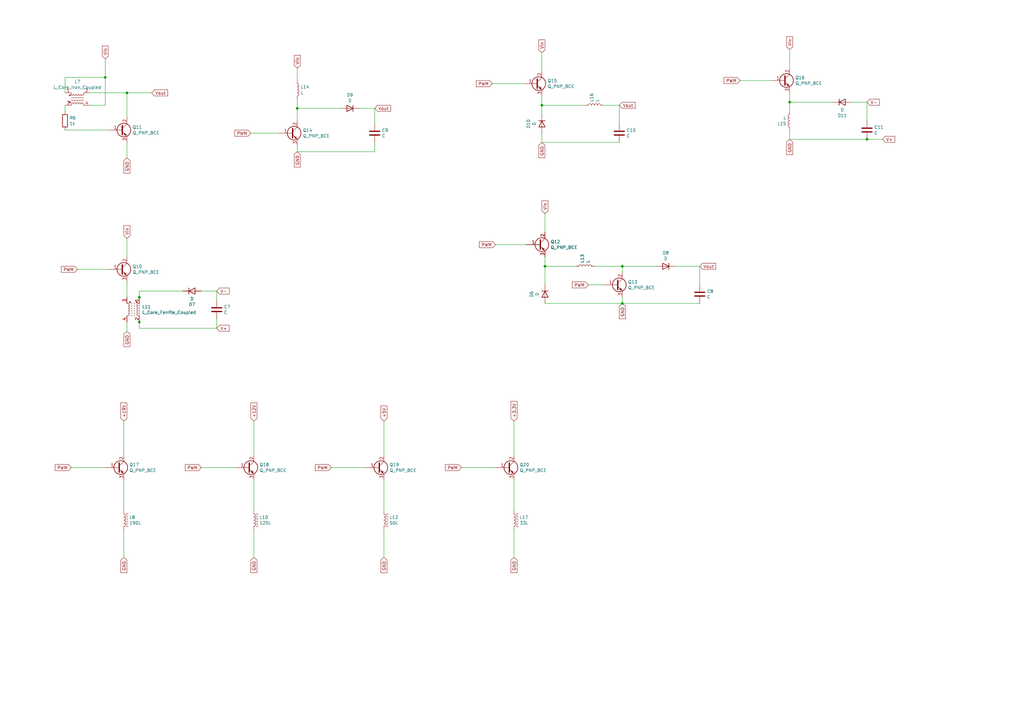
<source format=kicad_sch>
(kicad_sch (version 20211123) (generator eeschema)
  (paper "A3")
  (title_block (date "2022-03-09"))
  (lib_symbols
    (symbol "Device:C" (pin_numbers hide) (pin_names (offset 0.254))
      (property "Reference" "C" (at 0.635 2.54 0))
      (property "Value" "C" (at 0.635 -2.54 0))
      (symbol "C_0_1"
        (polyline (pts (xy -2.032 -0.762) (xy 2.032 -0.762)) (stroke (width 0.508)))
        (polyline (pts (xy -2.032 0.762) (xy 2.032 0.762)) (stroke (width 0.508)))
      )
      (symbol "C_1_1"
        (pin passive line (at 0 3.81 270) (length 2.794) (name "~") (number "1"))
        (pin passive line (at 0 -3.81 90) (length 2.794) (name "~") (number "2"))
      )
    )
    (symbol "Device:D" (pin_numbers hide) (pin_names (offset 1.016) hide)
      (property "Reference" "D" (at 0 2.54 0))
      (property "Value" "D" (at 0 -2.54 0))
      (symbol "D_0_1"
        (polyline (pts (xy -1.27 1.27) (xy -1.27 -1.27)) (stroke (width 0.254)))
        (polyline (pts (xy 1.27 0) (xy -1.27 0)))
        (polyline (pts (xy 1.27 1.27) (xy 1.27 -1.27) (xy -1.27 0) (xy 1.27 1.27)) (stroke (width 0.254)))
      )
      (symbol "D_1_1"
        (pin passive line (at -3.81 0 0) (length 2.54) (name "K") (number "1"))
        (pin passive line (at 3.81 0 180) (length 2.54) (name "A") (number "2"))
      )
    )
    (symbol "Device:L" (pin_numbers hide) (pin_names (offset 1.016) hide)
      (property "Reference" "L" (at -1.27 0 90))
      (property "Value" "L" (at 1.905 0 90))
      (symbol "L_0_1"
        (arc (start 0 -2.54) (mid 0.635 -1.905) (end 0 -1.27))
        (arc (start 0 -1.27) (mid 0.635 -0.635) (end 0 0))
        (arc (start 0 0) (mid 0.635 0.635) (end 0 1.27))
        (arc (start 0 1.27) (mid 0.635 1.905) (end 0 2.54))
      )
      (symbol "L_1_1"
        (pin passive line (at 0 3.81 270) (length 1.27) (name "1") (number "1"))
        (pin passive line (at 0 -3.81 90) (length 1.27) (name "2") (number "2"))
      )
    )
    (symbol "Device:L_Core_Ferrite" (pin_numbers hide) (pin_names (offset 1.016) hide)
      (property "Reference" "L" (at -1.27 0 90))
      (property "Value" "Device_L_Core_Ferrite" (at 2.794 0 90))
      (symbol "L_Core_Ferrite_0_1"
        (arc (start 0 -2.54) (mid 0.635 -1.905) (end 0 -1.27))
        (arc (start 0 -1.27) (mid 0.635 -0.635) (end 0 0))
        (polyline (pts (xy 1.016 -2.794) (xy 1.016 -2.286)))
        (polyline (pts (xy 1.016 -1.778) (xy 1.016 -1.27)))
        (polyline (pts (xy 1.016 -0.762) (xy 1.016 -0.254)))
        (polyline (pts (xy 1.016 0.254) (xy 1.016 0.762)))
        (polyline (pts (xy 1.016 1.27) (xy 1.016 1.778)))
        (polyline (pts (xy 1.016 2.286) (xy 1.016 2.794)))
        (polyline (pts (xy 1.524 -2.286) (xy 1.524 -2.794)))
        (polyline (pts (xy 1.524 -1.27) (xy 1.524 -1.778)))
        (polyline (pts (xy 1.524 -0.254) (xy 1.524 -0.762)))
        (polyline (pts (xy 1.524 0.762) (xy 1.524 0.254)))
        (polyline (pts (xy 1.524 1.778) (xy 1.524 1.27)))
        (polyline (pts (xy 1.524 2.794) (xy 1.524 2.286)))
        (arc (start 0 0) (mid 0.635 0.635) (end 0 1.27))
        (arc (start 0 1.27) (mid 0.635 1.905) (end 0 2.54))
      )
      (symbol "L_Core_Ferrite_1_1"
        (pin passive line (at 0 3.81 270) (length 1.27) (name "1") (number "1"))
        (pin passive line (at 0 -3.81 90) (length 1.27) (name "2") (number "2"))
      )
    )
    (symbol "Device:L_Core_Ferrite_Coupled" (pin_names (offset 0.254) hide)
      (property "Reference" "L" (at 0 4.445 0))
      (property "Value" "Device_L_Core_Ferrite_Coupled" (at 0 -4.445 0))
      (symbol "L_Core_Ferrite_Coupled_0_1"
        (circle (center -3.048 -1.27) (radius 0.254) (fill (type outline)))
        (circle (center -3.048 1.524) (radius 0.254) (fill (type outline)))
        (arc (start -2.54 2.032) (mid -2.032 1.524) (end -1.524 2.032))
        (arc (start -1.524 -2.032) (mid -2.032 -1.524) (end -2.54 -2.032))
        (arc (start -1.524 2.032) (mid -1.016 1.524) (end -0.508 2.032))
        (arc (start -0.508 -2.032) (mid -1.016 -1.524) (end -1.524 -2.032))
        (arc (start -0.508 2.032) (mid 0 1.524) (end 0.508 2.032))
        (polyline (pts (xy -2.794 -0.508) (xy -2.286 -0.508)))
        (polyline (pts (xy -2.794 0.508) (xy -2.286 0.508)))
        (polyline (pts (xy -2.54 -2.032) (xy -2.54 -2.54)))
        (polyline (pts (xy -2.54 2.032) (xy -2.54 2.54)))
        (polyline (pts (xy -1.778 -0.508) (xy -1.27 -0.508)))
        (polyline (pts (xy -1.778 0.508) (xy -1.27 0.508)))
        (polyline (pts (xy -0.762 -0.508) (xy -0.254 -0.508)))
        (polyline (pts (xy -0.762 0.508) (xy -0.254 0.508)))
        (polyline (pts (xy 0.254 -0.508) (xy 0.762 -0.508)))
        (polyline (pts (xy 0.254 0.508) (xy 0.762 0.508)))
        (polyline (pts (xy 1.27 -0.508) (xy 1.778 -0.508)))
        (polyline (pts (xy 1.27 0.508) (xy 1.778 0.508)))
        (polyline (pts (xy 2.286 -0.508) (xy 2.794 -0.508)))
        (polyline (pts (xy 2.286 0.508) (xy 2.794 0.508)))
        (polyline (pts (xy 2.54 -2.032) (xy 2.54 -2.54)))
        (polyline (pts (xy 2.54 2.54) (xy 2.54 2.032)))
        (arc (start 0.508 -2.032) (mid 0 -1.524) (end -0.508 -2.032))
        (arc (start 0.508 2.032) (mid 1.016 1.524) (end 1.524 2.032))
        (arc (start 1.524 -2.032) (mid 1.016 -1.524) (end 0.508 -2.032))
        (arc (start 1.524 2.032) (mid 2.032 1.524) (end 2.54 2.032))
        (arc (start 2.54 -2.032) (mid 2.032 -1.524) (end 1.524 -2.032))
      )
      (symbol "L_Core_Ferrite_Coupled_1_1"
        (pin passive line (at -5.08 2.54 0) (length 2.54) (name "1") (number "1"))
        (pin passive line (at 5.08 2.54 180) (length 2.54) (name "2") (number "2"))
        (pin passive line (at -5.08 -2.54 0) (length 2.54) (name "3") (number "3"))
        (pin passive line (at 5.08 -2.54 180) (length 2.54) (name "4") (number "4"))
      )
    )
    (symbol "Device:L_Core_Iron_Coupled" (pin_names (offset 0.254) hide)
      (property "Reference" "L" (at 0 4.445 0))
      (property "Value" "Device_L_Core_Iron_Coupled" (at 0 -4.445 0))
      (symbol "L_Core_Iron_Coupled_0_1"
        (circle (center -3.048 -1.27) (radius 0.254) (fill (type outline)))
        (circle (center -3.048 1.524) (radius 0.254) (fill (type outline)))
        (arc (start -2.54 2.032) (mid -2.032 1.524) (end -1.524 2.032))
        (arc (start -1.524 -2.032) (mid -2.032 -1.524) (end -2.54 -2.032))
        (arc (start -1.524 2.032) (mid -1.016 1.524) (end -0.508 2.032))
        (arc (start -0.508 -2.032) (mid -1.016 -1.524) (end -1.524 -2.032))
        (arc (start -0.508 2.032) (mid 0 1.524) (end 0.508 2.032))
        (polyline (pts (xy -2.54 -2.032) (xy -2.54 -2.54)))
        (polyline (pts (xy -2.54 0.508) (xy 2.54 0.508)))
        (polyline (pts (xy -2.54 2.032) (xy -2.54 2.54)))
        (polyline (pts (xy 2.54 -2.032) (xy 2.54 -2.54)))
        (polyline (pts (xy 2.54 -0.508) (xy -2.54 -0.508)))
        (polyline (pts (xy 2.54 2.54) (xy 2.54 2.032)))
        (arc (start 0.508 -2.032) (mid 0 -1.524) (end -0.508 -2.032))
        (arc (start 0.508 2.032) (mid 1.016 1.524) (end 1.524 2.032))
        (arc (start 1.524 -2.032) (mid 1.016 -1.524) (end 0.508 -2.032))
        (arc (start 1.524 2.032) (mid 2.032 1.524) (end 2.54 2.032))
        (arc (start 2.54 -2.032) (mid 2.032 -1.524) (end 1.524 -2.032))
      )
      (symbol "L_Core_Iron_Coupled_1_1"
        (pin passive line (at -5.08 2.54 0) (length 2.54) (name "1") (number "1"))
        (pin passive line (at 5.08 2.54 180) (length 2.54) (name "2") (number "2"))
        (pin passive line (at -5.08 -2.54 0) (length 2.54) (name "3") (number "3"))
        (pin passive line (at 5.08 -2.54 180) (length 2.54) (name "4") (number "4"))
      )
    )
    (symbol "Device:Q_PNP_BCE" (pin_names (offset 0) hide)
      (property "Reference" "Q" (at 5.08 1.27 0))
      (property "Value" "Q_PNP_BCE" (at 5.08 -1.27 0))
      (symbol "Q_PNP_BCE_0_1"
        (polyline (pts (xy 0.635 0.635) (xy 2.54 2.54)))
        (polyline (pts (xy 0.635 -0.635) (xy 2.54 -2.54) (xy 2.54 -2.54)))
        (polyline (pts (xy 0.635 1.905) (xy 0.635 -1.905) (xy 0.635 -1.905)) (stroke (width 0.508)))
        (polyline (pts (xy 2.286 -1.778) (xy 1.778 -2.286) (xy 1.27 -1.27) (xy 2.286 -1.778) (xy 2.286 -1.778)) (fill (type outline)))
        (circle (center 1.27 0) (radius 2.8194) (stroke (width 0.254)))
      )
      (symbol "Q_PNP_BCE_1_1"
        (pin input line (at -5.08 0 0) (length 5.715) (name "B") (number "1"))
        (pin passive line (at 2.54 5.08 270) (length 2.54) (name "C") (number "2"))
        (pin passive line (at 2.54 -5.08 90) (length 2.54) (name "E") (number "3"))
      )
    )
    (symbol "Device:R" (pin_numbers hide) (pin_names (offset 0))
      (property "Reference" "R" (at 2.032 0 90))
      (property "Value" "R" (at 0 0 90))
      (symbol "R_0_1"
        (rectangle (start -1.016 -2.54) (end 1.016 2.54) (stroke (width 0.254)))
      )
      (symbol "R_1_1"
        (pin passive line (at 0 3.81 270) (length 1.27) (name "~") (number "1"))
        (pin passive line (at 0 -3.81 90) (length 1.27) (name "~") (number "2"))
      )
    )
  )
  (junction (at 222.25 43.18))
  (junction (at 255.27 109.22))
  (junction (at 223.52 109.22))
  (junction (at 57.15 121.92))
  (junction (at 43.18 31.75))
  (junction (at 255.27 124.46))
  (junction (at 355.6 57.15))
  (junction (at 121.92 44.45))
  (junction (at 323.85 41.91))
  (junction (at 57.15 132.08))
  (junction (at 52.07 38.1))
  (wire (pts (xy 121.92 40.64) (xy 121.92 44.45)))
  (wire (pts (xy 157.48 196.85) (xy 157.48 209.55)))
  (wire (pts (xy 223.52 87.63) (xy 223.52 95.25)))
  (wire (pts (xy 223.52 105.41) (xy 223.52 109.22)))
  (wire (pts (xy 149.86 191.77) (xy 135.89 191.77)))
  (wire (pts (xy 104.14 196.85) (xy 104.14 209.55)))
  (wire (pts (xy 52.07 58.42) (xy 52.07 64.77)))
  (wire (pts (xy 104.14 172.72) (xy 104.14 186.69)))
  (wire (pts (xy 26.67 43.18) (xy 26.67 45.72)))
  (wire (pts (xy 241.3 116.84) (xy 247.65 116.84)))
  (wire (pts (xy 50.8 172.72) (xy 50.8 186.69)))
  (wire (pts (xy 254 43.18) (xy 254 50.8)))
  (wire (pts (xy 355.6 57.15) (xy 361.95 57.15)))
  (wire (pts (xy 223.52 109.22) (xy 236.22 109.22)))
  (wire (pts (xy 255.27 121.92) (xy 255.27 124.46)))
  (wire (pts (xy 121.92 62.23) (xy 121.92 59.69)))
  (wire (pts (xy 222.25 43.18) (xy 240.03 43.18)))
  (wire (pts (xy 104.14 228.6) (xy 104.14 217.17)))
  (wire (pts (xy 43.18 43.18) (xy 36.83 43.18)))
  (wire (pts (xy 88.9 130.81) (xy 88.9 134.62)))
  (wire (pts (xy 323.85 41.91) (xy 323.85 45.72)))
  (wire (pts (xy 254 58.42) (xy 222.25 58.42)))
  (wire (pts (xy 287.02 124.46) (xy 255.27 124.46)))
  (wire (pts (xy 323.85 20.32) (xy 323.85 27.94)))
  (wire (pts (xy 255.27 109.22) (xy 269.24 109.22)))
  (wire (pts (xy 255.27 109.22) (xy 255.27 111.76)))
  (wire (pts (xy 201.93 34.29) (xy 214.63 34.29)))
  (wire (pts (xy 43.18 191.77) (xy 29.21 191.77)))
  (wire (pts (xy 222.25 39.37) (xy 222.25 43.18)))
  (wire (pts (xy 52.07 132.08) (xy 52.07 135.89)))
  (wire (pts (xy 52.07 38.1) (xy 52.07 48.26)))
  (wire (pts (xy 355.6 41.91) (xy 349.25 41.91)))
  (wire (pts (xy 43.18 31.75) (xy 43.18 43.18)))
  (wire (pts (xy 88.9 119.38) (xy 82.55 119.38)))
  (wire (pts (xy 153.67 62.23) (xy 121.92 62.23)))
  (wire (pts (xy 222.25 21.59) (xy 222.25 29.21)))
  (wire (pts (xy 121.92 44.45) (xy 139.7 44.45)))
  (wire (pts (xy 43.18 24.13) (xy 43.18 31.75)))
  (wire (pts (xy 255.27 124.46) (xy 223.52 124.46)))
  (wire (pts (xy 36.83 38.1) (xy 52.07 38.1)))
  (wire (pts (xy 223.52 109.22) (xy 223.52 116.84)))
  (wire (pts (xy 50.8 228.6) (xy 50.8 217.17)))
  (wire (pts (xy 52.07 97.79) (xy 52.07 105.41)))
  (wire (pts (xy 88.9 119.38) (xy 88.9 123.19)))
  (wire (pts (xy 153.67 44.45) (xy 153.67 50.8)))
  (wire (pts (xy 26.67 38.1) (xy 26.67 31.75)))
  (wire (pts (xy 57.15 121.92) (xy 57.15 119.38)))
  (wire (pts (xy 52.07 115.57) (xy 52.07 121.92)))
  (wire (pts (xy 121.92 27.94) (xy 121.92 33.02)))
  (wire (pts (xy 57.15 121.92) (xy 57.15 132.08)))
  (wire (pts (xy 222.25 54.61) (xy 222.25 58.42)))
  (wire (pts (xy 57.15 134.62) (xy 57.15 132.08)))
  (wire (pts (xy 102.87 54.61) (xy 114.3 54.61)))
  (wire (pts (xy 50.8 196.85) (xy 50.8 209.55)))
  (wire (pts (xy 153.67 62.23) (xy 153.67 58.42)))
  (wire (pts (xy 276.86 109.22) (xy 287.02 109.22)))
  (wire (pts (xy 323.85 41.91) (xy 341.63 41.91)))
  (wire (pts (xy 147.32 44.45) (xy 153.67 44.45)))
  (wire (pts (xy 203.2 100.33) (xy 215.9 100.33)))
  (wire (pts (xy 157.48 228.6) (xy 157.48 217.17)))
  (wire (pts (xy 210.82 196.85) (xy 210.82 209.55)))
  (wire (pts (xy 121.92 44.45) (xy 121.92 49.53)))
  (wire (pts (xy 96.52 191.77) (xy 82.55 191.77)))
  (wire (pts (xy 243.84 109.22) (xy 255.27 109.22)))
  (wire (pts (xy 26.67 53.34) (xy 44.45 53.34)))
  (wire (pts (xy 323.85 53.34) (xy 323.85 57.15)))
  (wire (pts (xy 57.15 119.38) (xy 74.93 119.38)))
  (wire (pts (xy 210.82 172.72) (xy 210.82 186.69)))
  (wire (pts (xy 303.53 33.02) (xy 316.23 33.02)))
  (wire (pts (xy 287.02 109.22) (xy 287.02 116.84)))
  (wire (pts (xy 323.85 38.1) (xy 323.85 41.91)))
  (wire (pts (xy 355.6 57.15) (xy 323.85 57.15)))
  (wire (pts (xy 203.2 191.77) (xy 189.23 191.77)))
  (wire (pts (xy 247.65 43.18) (xy 254 43.18)))
  (wire (pts (xy 157.48 172.72) (xy 157.48 186.69)))
  (wire (pts (xy 31.75 110.49) (xy 44.45 110.49)))
  (wire (pts (xy 222.25 43.18) (xy 222.25 46.99)))
  (wire (pts (xy 355.6 41.91) (xy 355.6 49.53)))
  (wire (pts (xy 210.82 228.6) (xy 210.82 217.17)))
  (wire (pts (xy 88.9 134.62) (xy 57.15 134.62)))
  (wire (pts (xy 26.67 31.75) (xy 43.18 31.75)))
  (wire (pts (xy 52.07 38.1) (xy 62.23 38.1)))
  (global_label "GND" (shape input) (at 222.25 58.42 270) (property "Intersheet References" "${INTERSHEET_REFS}" (effects hide)))
  (global_label "Vin" (shape input) (at 223.52 87.63 90) (property "Intersheet References" "${INTERSHEET_REFS}" (effects hide)))
  (global_label "Vout" (shape input) (at 287.02 109.22 0) (property "Intersheet References" "${INTERSHEET_REFS}" (effects hide)))
  (global_label "+19V" (shape input) (at 50.8 172.72 90) (property "Intersheet References" "${INTERSHEET_REFS}" (effects hide)))
  (global_label "GND" (shape input) (at 104.14 228.6 270) (property "Intersheet References" "${INTERSHEET_REFS}" (effects hide)))
  (global_label "GND" (shape input) (at 121.92 62.23 270) (property "Intersheet References" "${INTERSHEET_REFS}" (effects hide)))
  (global_label "+5V" (shape input) (at 157.48 172.72 90) (property "Intersheet References" "${INTERSHEET_REFS}" (effects hide)))
  (global_label "Vout" (shape input) (at 254 43.18 0) (property "Intersheet References" "${INTERSHEET_REFS}" (effects hide)))
  (global_label "GND" (shape input) (at 210.82 228.6 270) (property "Intersheet References" "${INTERSHEET_REFS}" (effects hide)))
  (global_label "Vin" (shape input) (at 52.07 97.79 90) (property "Intersheet References" "${INTERSHEET_REFS}" (effects hide)))
  (global_label "Vin" (shape input) (at 121.92 27.94 90) (property "Intersheet References" "${INTERSHEET_REFS}" (effects hide)))
  (global_label "PWM" (shape input) (at 82.55 191.77 180) (property "Intersheet References" "${INTERSHEET_REFS}" (effects hide)))
  (global_label "PWM" (shape input) (at 135.89 191.77 180) (property "Intersheet References" "${INTERSHEET_REFS}" (effects hide)))
  (global_label "PWM" (shape input) (at 31.75 110.49 180) (property "Intersheet References" "${INTERSHEET_REFS}" (effects hide)))
  (global_label "Vin" (shape input) (at 323.85 20.32 90) (property "Intersheet References" "${INTERSHEET_REFS}" (effects hide)))
  (global_label "GND" (shape input) (at 255.27 124.46 270) (property "Intersheet References" "${INTERSHEET_REFS}" (effects hide)))
  (global_label "+3.3V" (shape input) (at 210.82 172.72 90) (property "Intersheet References" "${INTERSHEET_REFS}" (effects hide)))
  (global_label "V-" (shape input) (at 355.6 41.91 0) (property "Intersheet References" "${INTERSHEET_REFS}" (effects hide)))
  (global_label "Vin" (shape input) (at 222.25 21.59 90) (property "Intersheet References" "${INTERSHEET_REFS}" (effects hide)))
  (global_label "V-" (shape input) (at 88.9 119.38 0) (property "Intersheet References" "${INTERSHEET_REFS}" (effects hide)))
  (global_label "Vout" (shape input) (at 153.67 44.45 0) (property "Intersheet References" "${INTERSHEET_REFS}" (effects hide)))
  (global_label "PWM" (shape input) (at 102.87 54.61 180) (property "Intersheet References" "${INTERSHEET_REFS}" (effects hide)))
  (global_label "PWM" (shape input) (at 241.3 116.84 180) (property "Intersheet References" "${INTERSHEET_REFS}" (effects hide)))
  (global_label "V+" (shape input) (at 88.9 134.62 0) (property "Intersheet References" "${INTERSHEET_REFS}" (effects hide)))
  (global_label "GND" (shape input) (at 52.07 135.89 270) (property "Intersheet References" "${INTERSHEET_REFS}" (effects hide)))
  (global_label "GND" (shape input) (at 323.85 57.15 270) (property "Intersheet References" "${INTERSHEET_REFS}" (effects hide)))
  (global_label "Vout" (shape input) (at 62.23 38.1 0) (property "Intersheet References" "${INTERSHEET_REFS}" (effects hide)))
  (global_label "PWM" (shape input) (at 29.21 191.77 180) (property "Intersheet References" "${INTERSHEET_REFS}" (effects hide)))
  (global_label "PWM" (shape input) (at 303.53 33.02 180) (property "Intersheet References" "${INTERSHEET_REFS}" (effects hide)))
  (global_label "PWM" (shape input) (at 189.23 191.77 180) (property "Intersheet References" "${INTERSHEET_REFS}" (effects hide)))
  (global_label "PWM" (shape input) (at 203.2 100.33 180) (property "Intersheet References" "${INTERSHEET_REFS}" (effects hide)))
  (global_label "GND" (shape input) (at 50.8 228.6 270) (property "Intersheet References" "${INTERSHEET_REFS}" (effects hide)))
  (global_label "Vin" (shape input) (at 43.18 24.13 90) (property "Intersheet References" "${INTERSHEET_REFS}" (effects hide)))
  (global_label "GND" (shape input) (at 52.07 64.77 270) (property "Intersheet References" "${INTERSHEET_REFS}" (effects hide)))
  (global_label "V+" (shape input) (at 361.95 57.15 0) (property "Intersheet References" "${INTERSHEET_REFS}" (effects hide)))
  (global_label "+12V" (shape input) (at 104.14 172.72 90) (property "Intersheet References" "${INTERSHEET_REFS}" (effects hide)))
  (global_label "GND" (shape input) (at 157.48 228.6 270) (property "Intersheet References" "${INTERSHEET_REFS}" (effects hide)))
  (global_label "PWM" (shape input) (at 201.93 34.29 180) (property "Intersheet References" "${INTERSHEET_REFS}" (effects hide)))
  (symbol (lib_id "Device:R") (at 26.67 49.53 0) (unit 1)
    (property "Reference" "R6" (at 28.448 48.3616 0) (effects (justify left)))
    (property "Value" "1k" (at 28.448 50.673 0) (effects (justify left)))
  )
  (symbol (lib_id "Device:Q_PNP_BCE") (at 49.53 53.34 0) (unit 1)
    (property "Reference" "Q11" (at 54.356 52.1716 0) (effects (justify left)))
    (property "Value" "Q_PNP_BCE" (at 54.356 54.483 0) (effects (justify left)))
  )
  (symbol (lib_id "Device:L") (at 121.92 36.83 0) (unit 1)
    (property "Reference" "L14" (at 123.2662 35.6616 0) (effects (justify left)))
    (property "Value" "L" (at 123.2662 37.973 0) (effects (justify left)))
  )
  (symbol (lib_id "Device:Q_PNP_BCE") (at 119.38 54.61 0) (unit 1)
    (property "Reference" "Q14" (at 124.206 53.4416 0) (effects (justify left)))
    (property "Value" "Q_PNP_BCE" (at 124.206 55.753 0) (effects (justify left)))
  )
  (symbol (lib_id "Device:D") (at 143.51 44.45 180) (unit 1)
    (property "Reference" "D9" (at 143.51 38.9636 0))
    (property "Value" "D" (at 143.51 41.275 0))
  )
  (symbol (lib_id "Device:C") (at 153.67 54.61 0) (unit 1)
    (property "Reference" "C9" (at 156.591 53.4416 0) (effects (justify left)))
    (property "Value" "C" (at 156.591 55.753 0) (effects (justify left)))
  )
  (symbol (lib_id "Device:L_Core_Iron_Coupled") (at 31.75 40.64 0) (unit 1)
    (property "Reference" "L7" (at 31.75 33.5026 0))
    (property "Value" "L_Core_Iron_Coupled" (at 31.75 35.814 0))
  )
  (symbol (lib_id "Device:L") (at 243.84 43.18 90) (unit 1)
    (property "Reference" "L16" (at 242.6716 41.8338 0) (effects (justify left)))
    (property "Value" "L" (at 244.983 41.8338 0) (effects (justify left)))
  )
  (symbol (lib_id "Device:Q_PNP_BCE") (at 219.71 34.29 0) (unit 1)
    (property "Reference" "Q15" (at 224.536 33.1216 0) (effects (justify left)))
    (property "Value" "Q_PNP_BCE" (at 224.536 35.433 0) (effects (justify left)))
  )
  (symbol (lib_id "Device:D") (at 222.25 50.8 270) (unit 1)
    (property "Reference" "D10" (at 216.7636 50.8 0))
    (property "Value" "D" (at 219.075 50.8 0))
  )
  (symbol (lib_id "Device:C") (at 254 54.61 0) (unit 1)
    (property "Reference" "C10" (at 256.921 53.4416 0) (effects (justify left)))
    (property "Value" "C" (at 256.921 55.753 0) (effects (justify left)))
  )
  (symbol (lib_id "Device:L") (at 240.03 109.22 90) (unit 1)
    (property "Reference" "L13" (at 238.8616 107.8738 0) (effects (justify left)))
    (property "Value" "L" (at 241.173 107.8738 0) (effects (justify left)))
  )
  (symbol (lib_id "Device:Q_PNP_BCE") (at 220.98 100.33 0) (unit 1)
    (property "Reference" "Q12" (at 225.806 99.1616 0) (effects (justify left)))
    (property "Value" "Q_PNP_BCE" (at 225.806 101.473 0) (effects (justify left)))
  )
  (symbol (lib_id "Device:D") (at 223.52 120.65 270) (unit 1)
    (property "Reference" "D6" (at 218.0336 120.65 0))
    (property "Value" "D" (at 220.345 120.65 0))
  )
  (symbol (lib_id "Device:Q_PNP_BCE") (at 252.73 116.84 0) (unit 1)
    (property "Reference" "Q13" (at 257.556 115.6716 0) (effects (justify left)))
    (property "Value" "Q_PNP_BCE" (at 257.556 117.983 0) (effects (justify left)))
  )
  (symbol (lib_id "Device:D") (at 273.05 109.22 180) (unit 1)
    (property "Reference" "D8" (at 273.05 103.7336 0))
    (property "Value" "D" (at 273.05 106.045 0))
  )
  (symbol (lib_id "Device:C") (at 287.02 120.65 0) (unit 1)
    (property "Reference" "C8" (at 289.941 119.4816 0) (effects (justify left)))
    (property "Value" "C" (at 289.941 121.793 0) (effects (justify left)))
  )
  (symbol (lib_id "Device:L") (at 323.85 49.53 180) (unit 1)
    (property "Reference" "L15" (at 322.5038 50.6984 0) (effects (justify left)))
    (property "Value" "L" (at 322.5038 48.387 0) (effects (justify left)))
  )
  (symbol (lib_id "Device:Q_PNP_BCE") (at 321.31 33.02 0) (unit 1)
    (property "Reference" "Q16" (at 326.136 31.8516 0) (effects (justify left)))
    (property "Value" "Q_PNP_BCE" (at 326.136 34.163 0) (effects (justify left)))
  )
  (symbol (lib_id "Device:D") (at 345.44 41.91 0) (unit 1)
    (property "Reference" "D11" (at 345.44 47.3964 0))
    (property "Value" "D" (at 345.44 45.085 0))
  )
  (symbol (lib_id "Device:C") (at 355.6 53.34 0) (unit 1)
    (property "Reference" "C11" (at 358.521 52.1716 0) (effects (justify left)))
    (property "Value" "C" (at 358.521 54.483 0) (effects (justify left)))
  )
  (symbol (lib_id "Device:D") (at 78.74 119.38 0) (unit 1)
    (property "Reference" "D7" (at 78.74 124.8664 0))
    (property "Value" "D" (at 78.74 122.555 0))
  )
  (symbol (lib_id "Device:C") (at 88.9 127 0) (unit 1)
    (property "Reference" "C7" (at 91.821 125.8316 0) (effects (justify left)))
    (property "Value" "C" (at 91.821 128.143 0) (effects (justify left)))
  )
  (symbol (lib_id "Device:Q_PNP_BCE") (at 49.53 110.49 0) (unit 1)
    (property "Reference" "Q10" (at 54.356 109.3216 0) (effects (justify left)))
    (property "Value" "Q_PNP_BCE" (at 54.356 111.633 0) (effects (justify left)))
  )
  (symbol (lib_id "Device:L_Core_Ferrite_Coupled") (at 54.61 127 270) (unit 1)
    (property "Reference" "L11" (at 58.2676 125.8316 90) (effects (justify left)))
    (property "Value" "L_Core_Ferrite_Coupled" (at 58.2676 128.143 90) (effects (justify left)))
  )
  (symbol (lib_id "Device:Q_PNP_BCE") (at 48.26 191.77 0) (unit 1)
    (property "Reference" "Q17" (at 53.086 190.6016 0) (effects (justify left)))
    (property "Value" "Q_PNP_BCE" (at 53.086 192.913 0) (effects (justify left)))
  )
  (symbol (lib_id "Device:L_Core_Ferrite") (at 50.8 213.36 0) (unit 1)
    (property "Reference" "L8" (at 53.0352 212.1916 0) (effects (justify left)))
    (property "Value" "190L" (at 53.0352 214.503 0) (effects (justify left)))
  )
  (symbol (lib_id "Device:Q_PNP_BCE") (at 101.6 191.77 0) (unit 1)
    (property "Reference" "Q18" (at 106.426 190.6016 0) (effects (justify left)))
    (property "Value" "Q_PNP_BCE" (at 106.426 192.913 0) (effects (justify left)))
  )
  (symbol (lib_id "Device:L_Core_Ferrite") (at 104.14 213.36 0) (unit 1)
    (property "Reference" "L10" (at 106.3752 212.1916 0) (effects (justify left)))
    (property "Value" "120L" (at 106.3752 214.503 0) (effects (justify left)))
  )
  (symbol (lib_id "Device:Q_PNP_BCE") (at 154.94 191.77 0) (unit 1)
    (property "Reference" "Q19" (at 159.766 190.6016 0) (effects (justify left)))
    (property "Value" "Q_PNP_BCE" (at 159.766 192.913 0) (effects (justify left)))
  )
  (symbol (lib_id "Device:L_Core_Ferrite") (at 157.48 213.36 0) (unit 1)
    (property "Reference" "L12" (at 159.7152 212.1916 0) (effects (justify left)))
    (property "Value" "50L" (at 159.7152 214.503 0) (effects (justify left)))
  )
  (symbol (lib_id "Device:Q_PNP_BCE") (at 208.28 191.77 0) (unit 1)
    (property "Reference" "Q20" (at 213.106 190.6016 0) (effects (justify left)))
    (property "Value" "Q_PNP_BCE" (at 213.106 192.913 0) (effects (justify left)))
  )
  (symbol (lib_id "Device:L_Core_Ferrite") (at 210.82 213.36 0) (unit 1)
    (property "Reference" "L17" (at 213.0552 212.1916 0) (effects (justify left)))
    (property "Value" "33L" (at 213.0552 214.503 0) (effects (justify left)))
  )
)
</source>
